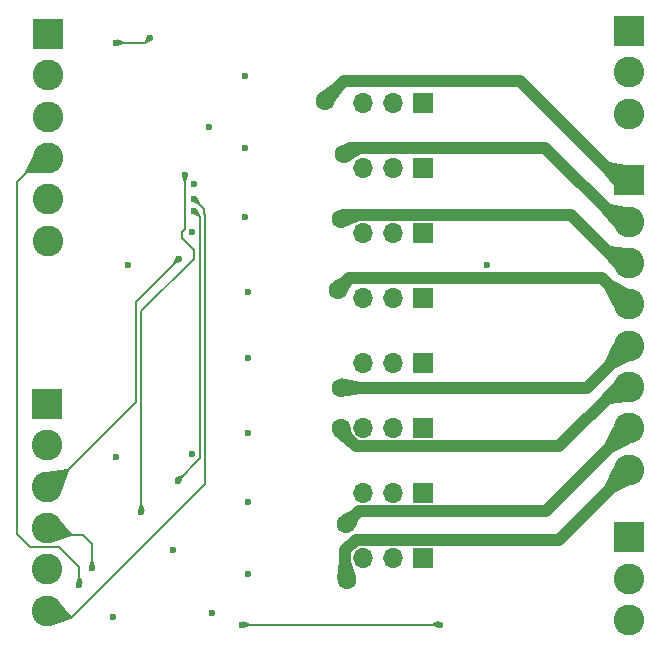
<source format=gbr>
%TF.GenerationSoftware,KiCad,Pcbnew,8.0.7*%
%TF.CreationDate,2025-01-01T13:27:56+01:00*%
%TF.ProjectId,expansion_a,65787061-6e73-4696-9f6e-5f612e6b6963,1*%
%TF.SameCoordinates,Original*%
%TF.FileFunction,Copper,L4,Bot*%
%TF.FilePolarity,Positive*%
%FSLAX46Y46*%
G04 Gerber Fmt 4.6, Leading zero omitted, Abs format (unit mm)*
G04 Created by KiCad (PCBNEW 8.0.7) date 2025-01-01 13:27:56*
%MOMM*%
%LPD*%
G01*
G04 APERTURE LIST*
%TA.AperFunction,ComponentPad*%
%ADD10R,1.700000X1.700000*%
%TD*%
%TA.AperFunction,ComponentPad*%
%ADD11O,1.700000X1.700000*%
%TD*%
%TA.AperFunction,ComponentPad*%
%ADD12R,2.600000X2.600000*%
%TD*%
%TA.AperFunction,ComponentPad*%
%ADD13C,2.600000*%
%TD*%
%TA.AperFunction,ViaPad*%
%ADD14C,0.600000*%
%TD*%
%TA.AperFunction,ViaPad*%
%ADD15C,1.600000*%
%TD*%
%TA.AperFunction,Conductor*%
%ADD16C,1.000000*%
%TD*%
%TA.AperFunction,Conductor*%
%ADD17C,0.200000*%
%TD*%
G04 APERTURE END LIST*
D10*
%TO.P,JP701,1,A*%
%TO.N,VSS*%
X105639000Y-64737000D03*
D11*
%TO.P,JP701,2,C*%
%TO.N,Net-(JP701-C)*%
X103099000Y-64737000D03*
%TO.P,JP701,3,B*%
%TO.N,Vdrive*%
X100559000Y-64737000D03*
%TD*%
D12*
%TO.P,J1101,1,Pin_1*%
%TO.N,Vdrive*%
X123037600Y-79502000D03*
D13*
%TO.P,J1101,2,Pin_2*%
%TO.N,GNDPWR*%
X123037600Y-83002000D03*
%TO.P,J1101,3,Pin_3*%
%TO.N,VSS*%
X123037600Y-86502000D03*
%TD*%
D10*
%TO.P,JP401,1,A*%
%TO.N,VSS*%
X105639000Y-48237000D03*
D11*
%TO.P,JP401,2,C*%
%TO.N,Net-(JP401-C)*%
X103099000Y-48237000D03*
%TO.P,JP401,3,B*%
%TO.N,Vdrive*%
X100559000Y-48237000D03*
%TD*%
D12*
%TO.P,J101,1,Pin_1*%
%TO.N,/out1*%
X123037600Y-49276000D03*
D13*
%TO.P,J101,2,Pin_2*%
%TO.N,/out2*%
X123037600Y-52776000D03*
%TO.P,J101,3,Pin_3*%
%TO.N,/out3*%
X123037600Y-56276000D03*
%TO.P,J101,4,Pin_4*%
%TO.N,/out4*%
X123037600Y-59776000D03*
%TO.P,J101,5,Pin_5*%
%TO.N,/out5*%
X123037600Y-63276000D03*
%TO.P,J101,6,Pin_6*%
%TO.N,/out6*%
X123037600Y-66776000D03*
%TO.P,J101,7,Pin_7*%
%TO.N,/out7*%
X123037600Y-70276000D03*
%TO.P,J101,8,Pin_8*%
%TO.N,/out8*%
X123037600Y-73776000D03*
%TD*%
D12*
%TO.P,J202,1,Pin_1*%
%TO.N,VCC*%
X73914000Y-36886000D03*
D13*
%TO.P,J202,2,Pin_2*%
%TO.N,GND*%
X73914000Y-40386000D03*
%TO.P,J202,3,Pin_3*%
%TO.N,/Connector in/MOSI*%
X73914000Y-43886000D03*
%TO.P,J202,4,Pin_4*%
%TO.N,/Connector in/MISO*%
X73914000Y-47386000D03*
%TO.P,J202,5,Pin_5*%
%TO.N,/Connector in/CLK*%
X73914000Y-50886000D03*
%TO.P,J202,6,Pin_6*%
%TO.N,/Connector in/CS*%
X73914000Y-54386000D03*
%TD*%
D12*
%TO.P,J1102,1,Pin_1*%
%TO.N,VCC*%
X73787000Y-68214000D03*
D13*
%TO.P,J1102,2,Pin_2*%
%TO.N,GND*%
X73787000Y-71714000D03*
%TO.P,J1102,3,Pin_3*%
%TO.N,/Connector out/MOSI*%
X73787000Y-75214000D03*
%TO.P,J1102,4,Pin_4*%
%TO.N,/Connector out/MISO*%
X73787000Y-78714000D03*
%TO.P,J1102,5,Pin_5*%
%TO.N,/Connector out/CLK*%
X73787000Y-82214000D03*
%TO.P,J1102,6,Pin_6*%
%TO.N,/Connector out/CS*%
X73787000Y-85714000D03*
%TD*%
D10*
%TO.P,JP601,1,A*%
%TO.N,VSS*%
X105639000Y-59237000D03*
D11*
%TO.P,JP601,2,C*%
%TO.N,Net-(JP601-C)*%
X103099000Y-59237000D03*
%TO.P,JP601,3,B*%
%TO.N,Vdrive*%
X100559000Y-59237000D03*
%TD*%
D10*
%TO.P,JP501,1,A*%
%TO.N,VSS*%
X105639000Y-53737000D03*
D11*
%TO.P,JP501,2,C*%
%TO.N,Net-(JP501-C)*%
X103099000Y-53737000D03*
%TO.P,JP501,3,B*%
%TO.N,Vdrive*%
X100559000Y-53737000D03*
%TD*%
D10*
%TO.P,JP1001,1,A*%
%TO.N,VSS*%
X105639000Y-81237000D03*
D11*
%TO.P,JP1001,2,C*%
%TO.N,Net-(JP1001-C)*%
X103099000Y-81237000D03*
%TO.P,JP1001,3,B*%
%TO.N,Vdrive*%
X100559000Y-81237000D03*
%TD*%
D10*
%TO.P,JP301,1,A*%
%TO.N,VSS*%
X105639000Y-42737000D03*
D11*
%TO.P,JP301,2,C*%
%TO.N,Net-(JP301-C)*%
X103099000Y-42737000D03*
%TO.P,JP301,3,B*%
%TO.N,Vdrive*%
X100559000Y-42737000D03*
%TD*%
D10*
%TO.P,JP801,1,A*%
%TO.N,VSS*%
X105639000Y-70237000D03*
D11*
%TO.P,JP801,2,C*%
%TO.N,Net-(JP801-C)*%
X103099000Y-70237000D03*
%TO.P,JP801,3,B*%
%TO.N,Vdrive*%
X100559000Y-70237000D03*
%TD*%
D10*
%TO.P,JP901,1,A*%
%TO.N,VSS*%
X105639000Y-75737000D03*
D11*
%TO.P,JP901,2,C*%
%TO.N,Net-(JP901-C)*%
X103099000Y-75737000D03*
%TO.P,JP901,3,B*%
%TO.N,Vdrive*%
X100559000Y-75737000D03*
%TD*%
D12*
%TO.P,J201,1,Pin_1*%
%TO.N,Vdrive*%
X123037600Y-36627800D03*
D13*
%TO.P,J201,2,Pin_2*%
%TO.N,GNDPWR*%
X123037600Y-40127800D03*
%TO.P,J201,3,Pin_3*%
%TO.N,VSS*%
X123037600Y-43627800D03*
%TD*%
D14*
%TO.N,VCC*%
X87757000Y-85867000D03*
X86091000Y-72405000D03*
X87503000Y-44719000D03*
%TO.N,GND*%
X79629000Y-72659000D03*
X79373270Y-86233000D03*
X90805000Y-64277000D03*
X90551000Y-46497000D03*
X90805000Y-82565000D03*
X111061500Y-56403000D03*
X86091000Y-53609000D03*
X80670400Y-56438800D03*
X90805000Y-58689000D03*
X90551000Y-40401000D03*
X90805000Y-76469000D03*
X84455000Y-80533000D03*
X90551000Y-52339000D03*
X90805000Y-70627000D03*
X86233000Y-49545000D03*
D15*
%TO.N,/out4*%
X98425000Y-58517000D03*
D14*
%TO.N,/Connector in/MISO*%
X76545988Y-83494979D03*
%TO.N,/Connector out/CS*%
X86233000Y-50815000D03*
%TO.N,/Connector out/CLK*%
X84851000Y-74691000D03*
X86233000Y-51831000D03*
%TO.N,/Connector out/MOSI*%
X84963000Y-55895000D03*
%TO.N,/Connector out/MISO*%
X77597000Y-82057004D03*
D15*
%TO.N,/out1*%
X97299000Y-42541631D03*
%TO.N,/out7*%
X99104518Y-78366989D03*
%TO.N,/out3*%
X98679000Y-52517000D03*
%TO.N,/out6*%
X98663598Y-70237000D03*
%TO.N,/out2*%
X98941382Y-46996548D03*
%TO.N,/out5*%
X98679000Y-66817000D03*
%TO.N,/out8*%
X99187000Y-83073000D03*
D14*
%TO.N,/set1*%
X79629000Y-37607000D03*
X82510263Y-37186263D03*
%TO.N,/set5*%
X107061000Y-86883000D03*
X90297000Y-86883000D03*
%TO.N,Net-(U101-O1)*%
X81788656Y-77358656D03*
X85471000Y-48783000D03*
%TD*%
D16*
%TO.N,/out4*%
X123037600Y-59776000D02*
X120818000Y-57556400D01*
X120818000Y-57556400D02*
X99385600Y-57556400D01*
X99385600Y-57556400D02*
X98425000Y-58517000D01*
D17*
%TO.N,/Connector in/MISO*%
X73599000Y-47037000D02*
X71247000Y-49389000D01*
X71247000Y-79191000D02*
X72370000Y-80314000D01*
X74838000Y-80314000D02*
X76545988Y-82021988D01*
X72370000Y-80314000D02*
X74838000Y-80314000D01*
X71247000Y-49389000D02*
X71247000Y-79191000D01*
X76545988Y-82021988D02*
X76545988Y-83494979D01*
%TO.N,/Connector out/CS*%
X87087000Y-52119314D02*
X87141000Y-52173314D01*
X87141000Y-52173314D02*
X87141000Y-74993250D01*
X86233000Y-50815000D02*
X87087000Y-51669000D01*
X87141000Y-74993250D02*
X75847250Y-86287000D01*
X87087000Y-51669000D02*
X87087000Y-52119314D01*
X75847250Y-86287000D02*
X73554000Y-86287000D01*
%TO.N,/Connector out/CLK*%
X86233000Y-51831000D02*
X86741000Y-52339000D01*
X86741000Y-72801000D02*
X84851000Y-74691000D01*
X86741000Y-52339000D02*
X86741000Y-72801000D01*
%TO.N,/Connector out/MOSI*%
X81315000Y-59543000D02*
X81315000Y-68026000D01*
X81315000Y-68026000D02*
X73554000Y-75787000D01*
X84963000Y-55895000D02*
X81315000Y-59543000D01*
%TO.N,/Connector out/MISO*%
X73554000Y-79287000D02*
X76859000Y-79287000D01*
X76859000Y-79287000D02*
X77597000Y-80025000D01*
X77597000Y-80025000D02*
X77597000Y-82057004D01*
D16*
%TO.N,/out1*%
X98946631Y-40894000D02*
X97299000Y-42541631D01*
X113856000Y-40894000D02*
X98946631Y-40894000D01*
X122199000Y-49237000D02*
X113856000Y-40894000D01*
%TO.N,/out7*%
X116026600Y-77287000D02*
X123037600Y-70276000D01*
X99104518Y-78366989D02*
X100184507Y-77287000D01*
X100184507Y-77287000D02*
X116026600Y-77287000D01*
%TO.N,/out3*%
X122199000Y-56237000D02*
X118149000Y-52187000D01*
X118149000Y-52187000D02*
X99009000Y-52187000D01*
%TO.N,/out6*%
X122199000Y-66737000D02*
X117149000Y-71787000D01*
X99916968Y-71787000D02*
X98663598Y-70533630D01*
X117149000Y-71787000D02*
X99916968Y-71787000D01*
%TO.N,/out2*%
X115959000Y-46497000D02*
X99440930Y-46497000D01*
X99440930Y-46497000D02*
X98941382Y-46996548D01*
X122199000Y-52737000D02*
X115959000Y-46497000D01*
%TO.N,/out5*%
X119496600Y-66817000D02*
X98679000Y-66817000D01*
X123037600Y-63276000D02*
X119496600Y-66817000D01*
%TO.N,/out8*%
X99009000Y-80594968D02*
X99916968Y-79687000D01*
X107442000Y-79705200D02*
X117108400Y-79705200D01*
X99009000Y-82895000D02*
X99009000Y-80594968D01*
X99916968Y-79687000D02*
X107423800Y-79687000D01*
X117108400Y-79705200D02*
X123037600Y-73776000D01*
D17*
%TO.N,/set1*%
X82089526Y-37607000D02*
X82510263Y-37186263D01*
X79629000Y-37607000D02*
X82089526Y-37607000D01*
%TO.N,/set5*%
X107061000Y-86883000D02*
X90297000Y-86883000D01*
%TO.N,Net-(U101-O1)*%
X85217000Y-54117000D02*
X86233000Y-55133000D01*
X85471000Y-53355000D02*
X85217000Y-53609000D01*
X85471000Y-48783000D02*
X85471000Y-53355000D01*
X85217000Y-53609000D02*
X85217000Y-54117000D01*
X86233000Y-55895000D02*
X81788656Y-60339344D01*
X81788656Y-60339344D02*
X81788656Y-77358656D01*
X86233000Y-55133000D02*
X86233000Y-55895000D01*
%TD*%
%TA.AperFunction,Conductor*%
%TO.N,/Connector in/MISO*%
G36*
X73905618Y-47382387D02*
G01*
X73912454Y-47388170D01*
X73913688Y-47394780D01*
X73778252Y-48655884D01*
X73773961Y-48663744D01*
X73766715Y-48666335D01*
X72102256Y-48680025D01*
X72093955Y-48676666D01*
X71961747Y-48544458D01*
X71958320Y-48536185D01*
X71959433Y-48531205D01*
X72679152Y-47001011D01*
X72685774Y-46994983D01*
X72693300Y-46994847D01*
X73905618Y-47382387D01*
G37*
%TD.AperFunction*%
%TD*%
%TA.AperFunction,Conductor*%
%TO.N,/Connector out/MISO*%
G36*
X74835308Y-77964853D02*
G01*
X75931482Y-79183663D01*
X75934483Y-79191487D01*
X75934483Y-79378355D01*
X75931056Y-79386628D01*
X75926220Y-79389539D01*
X74315730Y-79884532D01*
X74306816Y-79883687D01*
X74301595Y-79878086D01*
X73789830Y-78722647D01*
X73789613Y-78713695D01*
X73793651Y-78708442D01*
X74819734Y-77963209D01*
X74828441Y-77961121D01*
X74835308Y-77964853D01*
G37*
%TD.AperFunction*%
%TD*%
%TA.AperFunction,Conductor*%
%TO.N,/set1*%
G36*
X80221313Y-37504193D02*
G01*
X80227909Y-37510249D01*
X80229000Y-37515183D01*
X80229000Y-37698816D01*
X80225573Y-37707089D01*
X80221313Y-37709806D01*
X79754305Y-37880330D01*
X79745358Y-37879949D01*
X79739496Y-37873851D01*
X79629883Y-37611509D01*
X79629857Y-37602556D01*
X79629862Y-37602542D01*
X79739496Y-37340147D01*
X79745848Y-37333836D01*
X79754302Y-37333669D01*
X80221313Y-37504193D01*
G37*
%TD.AperFunction*%
%TD*%
%TA.AperFunction,Conductor*%
%TO.N,/out4*%
G36*
X121782832Y-57810318D02*
G01*
X123107866Y-58464311D01*
X123164261Y-58492146D01*
X123170163Y-58498881D01*
X123170720Y-58503849D01*
X123039285Y-59767302D01*
X123035021Y-59775176D01*
X123028905Y-59777723D01*
X121770168Y-59913785D01*
X121761575Y-59911267D01*
X121758426Y-59907346D01*
X121071935Y-58521241D01*
X121071335Y-58512306D01*
X121074145Y-58507777D01*
X121769385Y-57812537D01*
X121777657Y-57809111D01*
X121782832Y-57810318D01*
G37*
%TD.AperFunction*%
%TD*%
%TA.AperFunction,Conductor*%
%TO.N,/set5*%
G36*
X106944641Y-86610050D02*
G01*
X106950503Y-86616148D01*
X107060115Y-86878489D01*
X107060142Y-86887444D01*
X107060115Y-86887511D01*
X106950503Y-87149851D01*
X106944151Y-87156163D01*
X106935694Y-87156329D01*
X106801947Y-87107493D01*
X106468687Y-86985806D01*
X106462091Y-86979750D01*
X106461000Y-86974816D01*
X106461000Y-86791183D01*
X106464427Y-86782910D01*
X106468687Y-86780193D01*
X106935697Y-86609669D01*
X106944641Y-86610050D01*
G37*
%TD.AperFunction*%
%TD*%
%TA.AperFunction,Conductor*%
%TO.N,/Connector out/CS*%
G36*
X86508779Y-50704467D02*
G01*
X86514877Y-50710329D01*
X86724523Y-51161132D01*
X86724904Y-51170079D01*
X86722187Y-51174339D01*
X86592339Y-51304187D01*
X86584066Y-51307614D01*
X86579132Y-51306523D01*
X86285736Y-51170079D01*
X86128328Y-51096876D01*
X86122273Y-51090281D01*
X86122439Y-51081825D01*
X86230436Y-50818814D01*
X86236746Y-50812464D01*
X86499825Y-50704440D01*
X86508779Y-50704467D01*
G37*
%TD.AperFunction*%
%TD*%
%TA.AperFunction,Conductor*%
%TO.N,/out1*%
G36*
X121390071Y-47716038D02*
G01*
X122808212Y-47974531D01*
X122815737Y-47979386D01*
X122817647Y-47984072D01*
X123036558Y-49266463D01*
X123034572Y-49275195D01*
X123028341Y-49279652D01*
X121744872Y-49658943D01*
X121735967Y-49658002D01*
X121732668Y-49655332D01*
X120683981Y-48430272D01*
X120681204Y-48421758D01*
X120684595Y-48414391D01*
X121379711Y-47719275D01*
X121387983Y-47715849D01*
X121390071Y-47716038D01*
G37*
%TD.AperFunction*%
%TD*%
%TA.AperFunction,Conductor*%
%TO.N,/out7*%
G36*
X100255609Y-76801406D02*
G01*
X100257172Y-76807249D01*
X100257172Y-77784404D01*
X100256074Y-77789352D01*
X99848354Y-78662994D01*
X99841750Y-78669042D01*
X99833280Y-78668858D01*
X99108007Y-78368845D01*
X99101672Y-78362516D01*
X99101664Y-78362498D01*
X98864063Y-77787000D01*
X98802284Y-77637362D01*
X98802295Y-77628409D01*
X98807253Y-77622765D01*
X100239629Y-76797111D01*
X100248508Y-76795950D01*
X100255609Y-76801406D01*
G37*
%TD.AperFunction*%
%TD*%
%TA.AperFunction,Conductor*%
%TO.N,/Connector out/CLK*%
G36*
X86508779Y-51720467D02*
G01*
X86514877Y-51726329D01*
X86724523Y-52177132D01*
X86724904Y-52186079D01*
X86722187Y-52190339D01*
X86592339Y-52320187D01*
X86584066Y-52323614D01*
X86579132Y-52322523D01*
X86285736Y-52186079D01*
X86128328Y-52112876D01*
X86122273Y-52106281D01*
X86122439Y-52097825D01*
X86230436Y-51834814D01*
X86236746Y-51828464D01*
X86499825Y-51720440D01*
X86508779Y-51720467D01*
G37*
%TD.AperFunction*%
%TD*%
%TA.AperFunction,Conductor*%
%TO.N,/Connector out/CLK*%
G36*
X85210339Y-74201812D02*
G01*
X85340187Y-74331660D01*
X85343614Y-74339933D01*
X85342523Y-74344867D01*
X85132877Y-74795670D01*
X85126281Y-74801726D01*
X85117824Y-74801559D01*
X84854815Y-74693563D01*
X84848463Y-74687251D01*
X84848436Y-74687184D01*
X84740440Y-74424175D01*
X84740467Y-74415220D01*
X84746326Y-74409124D01*
X85197134Y-74199475D01*
X85206079Y-74199095D01*
X85210339Y-74201812D01*
G37*
%TD.AperFunction*%
%TD*%
%TA.AperFunction,Conductor*%
%TO.N,/out3*%
G36*
X100198575Y-51690498D02*
G01*
X100202164Y-51698702D01*
X100202166Y-51698932D01*
X100202166Y-52679555D01*
X100198739Y-52687828D01*
X100195422Y-52690153D01*
X98996217Y-53250927D01*
X98987271Y-53251328D01*
X98980663Y-53245285D01*
X98980457Y-53244819D01*
X98678897Y-52519158D01*
X98678002Y-52514662D01*
X98678985Y-51728455D01*
X98682422Y-51720189D01*
X98690454Y-51716774D01*
X100190238Y-51687234D01*
X100198575Y-51690498D01*
G37*
%TD.AperFunction*%
%TD*%
%TA.AperFunction,Conductor*%
%TO.N,/out6*%
G36*
X121845531Y-66296238D02*
G01*
X123029364Y-66771701D01*
X123035763Y-66777964D01*
X123036494Y-66784758D01*
X122795869Y-68041337D01*
X122790948Y-68048818D01*
X122785638Y-68050769D01*
X121452933Y-68195140D01*
X121444339Y-68192624D01*
X121443400Y-68191781D01*
X120748184Y-67496565D01*
X120744757Y-67488292D01*
X120747837Y-67480380D01*
X121832554Y-66299181D01*
X121840673Y-66295407D01*
X121845531Y-66296238D01*
G37*
%TD.AperFunction*%
%TD*%
%TA.AperFunction,Conductor*%
%TO.N,/Connector out/MOSI*%
G36*
X84696174Y-55784439D02*
G01*
X84859804Y-55851629D01*
X84959184Y-55892436D01*
X84965536Y-55898748D01*
X84965563Y-55898815D01*
X85073559Y-56161824D01*
X85073532Y-56170779D01*
X85067670Y-56176877D01*
X84616867Y-56386523D01*
X84607920Y-56386904D01*
X84603660Y-56384187D01*
X84473812Y-56254339D01*
X84470385Y-56246066D01*
X84471474Y-56241136D01*
X84681124Y-55790327D01*
X84687718Y-55784273D01*
X84696174Y-55784439D01*
G37*
%TD.AperFunction*%
%TD*%
%TA.AperFunction,Conductor*%
%TO.N,/out8*%
G36*
X99508825Y-81511833D02*
G01*
X99511658Y-81516425D01*
X99922685Y-82756538D01*
X99922035Y-82765469D01*
X99916069Y-82771023D01*
X99189163Y-83073101D01*
X99184658Y-83073997D01*
X98399632Y-83073015D01*
X98391364Y-83069578D01*
X98387947Y-83061300D01*
X98387982Y-83060405D01*
X98508159Y-81519196D01*
X98512219Y-81511215D01*
X98519824Y-81508406D01*
X99500552Y-81508406D01*
X99508825Y-81511833D01*
G37*
%TD.AperFunction*%
%TD*%
%TA.AperFunction,Conductor*%
%TO.N,/Connector out/MOSI*%
G36*
X75487994Y-73717602D02*
G01*
X75489117Y-73718590D01*
X75621223Y-73850696D01*
X75624650Y-73858969D01*
X75623958Y-73862933D01*
X75042060Y-75478926D01*
X75036033Y-75485549D01*
X75028552Y-75486392D01*
X73795451Y-75216709D01*
X73788101Y-75211594D01*
X73786251Y-75205331D01*
X73780659Y-73944084D01*
X73784049Y-73935799D01*
X73790864Y-73932431D01*
X75479351Y-73715259D01*
X75487994Y-73717602D01*
G37*
%TD.AperFunction*%
%TD*%
%TA.AperFunction,Conductor*%
%TO.N,/out2*%
G36*
X121464882Y-51290822D02*
G01*
X122822194Y-51494482D01*
X122829866Y-51499098D01*
X122832006Y-51504180D01*
X123036754Y-52767133D01*
X123034695Y-52775848D01*
X123029186Y-52780007D01*
X121823273Y-53216383D01*
X121814328Y-53215976D01*
X121810467Y-53213063D01*
X120759116Y-52005289D01*
X120756269Y-51996799D01*
X120759667Y-51989335D01*
X121454883Y-51294119D01*
X121463155Y-51290693D01*
X121464882Y-51290822D01*
G37*
%TD.AperFunction*%
%TD*%
%TA.AperFunction,Conductor*%
%TO.N,/out2*%
G36*
X100346591Y-46001122D02*
G01*
X100351144Y-46008833D01*
X100351259Y-46010473D01*
X100351259Y-46990753D01*
X100347832Y-46999026D01*
X100346068Y-47000475D01*
X99515045Y-47556890D01*
X99506264Y-47558645D01*
X99500270Y-47555448D01*
X98943822Y-46999982D01*
X98940388Y-46991712D01*
X98940388Y-46991687D01*
X98941369Y-46206695D01*
X98944806Y-46198427D01*
X98951426Y-46195126D01*
X100337919Y-45998888D01*
X100346591Y-46001122D01*
G37*
%TD.AperFunction*%
%TD*%
%TA.AperFunction,Conductor*%
%TO.N,/Connector out/CS*%
G36*
X74821889Y-84942120D02*
G01*
X75838227Y-86154612D01*
X75966519Y-86282903D01*
X75969946Y-86291176D01*
X75966519Y-86299449D01*
X75962143Y-86302208D01*
X74347804Y-86872403D01*
X74338861Y-86871927D01*
X74333339Y-86866391D01*
X74065354Y-86302208D01*
X73790370Y-85723292D01*
X73789916Y-85714351D01*
X73793860Y-85708959D01*
X74805845Y-84940318D01*
X74814506Y-84938044D01*
X74821889Y-84942120D01*
G37*
%TD.AperFunction*%
%TD*%
%TA.AperFunction,Conductor*%
%TO.N,/Connector in/MISO*%
G36*
X76646078Y-82898406D02*
G01*
X76648795Y-82902666D01*
X76819318Y-83369673D01*
X76818937Y-83378620D01*
X76812839Y-83384482D01*
X76550499Y-83494094D01*
X76541544Y-83494121D01*
X76541477Y-83494094D01*
X76279136Y-83384482D01*
X76272824Y-83378130D01*
X76272657Y-83369676D01*
X76443181Y-82902665D01*
X76449237Y-82896070D01*
X76454171Y-82894979D01*
X76637805Y-82894979D01*
X76646078Y-82898406D01*
G37*
%TD.AperFunction*%
%TD*%
%TA.AperFunction,Conductor*%
%TO.N,/out5*%
G36*
X98692831Y-66019593D02*
G01*
X100269457Y-66315210D01*
X100276956Y-66320103D01*
X100279000Y-66326710D01*
X100279000Y-67307289D01*
X100275573Y-67315562D01*
X100269456Y-67318789D01*
X98692838Y-67614405D01*
X98684075Y-67612561D01*
X98679182Y-67605061D01*
X98678982Y-67602920D01*
X98678000Y-66817030D01*
X98678000Y-66817000D01*
X98678982Y-66031079D01*
X98682419Y-66022811D01*
X98690697Y-66019394D01*
X98692831Y-66019593D01*
G37*
%TD.AperFunction*%
%TD*%
%TA.AperFunction,Conductor*%
%TO.N,/out8*%
G36*
X123028906Y-73774276D02*
G01*
X123036762Y-73778572D01*
X123039285Y-73784697D01*
X123170721Y-75048150D01*
X123168169Y-75056734D01*
X123164262Y-75059853D01*
X121782835Y-75741680D01*
X121773900Y-75742268D01*
X121769384Y-75739461D01*
X121074147Y-75044224D01*
X121070720Y-75035951D01*
X121071934Y-75030761D01*
X121758427Y-73644651D01*
X121765169Y-73638760D01*
X121770165Y-73638213D01*
X123028906Y-73774276D01*
G37*
%TD.AperFunction*%
%TD*%
%TA.AperFunction,Conductor*%
%TO.N,/out3*%
G36*
X121464882Y-54790822D02*
G01*
X122822194Y-54994482D01*
X122829866Y-54999098D01*
X122832006Y-55004180D01*
X123036754Y-56267133D01*
X123034695Y-56275848D01*
X123029186Y-56280007D01*
X121823273Y-56716383D01*
X121814328Y-56715976D01*
X121810467Y-56713063D01*
X120759116Y-55505289D01*
X120756269Y-55496799D01*
X120759667Y-55489335D01*
X121454883Y-54794119D01*
X121463155Y-54790693D01*
X121464882Y-54790822D01*
G37*
%TD.AperFunction*%
%TD*%
%TA.AperFunction,Conductor*%
%TO.N,/out4*%
G36*
X99625961Y-57069918D02*
G01*
X99627106Y-57074967D01*
X99627106Y-58053140D01*
X99625422Y-58059188D01*
X99169301Y-58814539D01*
X99162091Y-58819850D01*
X99154813Y-58819303D01*
X98428489Y-58518856D01*
X98422154Y-58512527D01*
X98422146Y-58512509D01*
X98123080Y-57788135D01*
X98123091Y-57779180D01*
X98128844Y-57773116D01*
X99610357Y-57064411D01*
X99619299Y-57063934D01*
X99625961Y-57069918D01*
G37*
%TD.AperFunction*%
%TD*%
%TA.AperFunction,Conductor*%
%TO.N,/out5*%
G36*
X123028906Y-63274276D02*
G01*
X123036762Y-63278572D01*
X123039285Y-63284697D01*
X123170721Y-64548150D01*
X123168169Y-64556734D01*
X123164262Y-64559853D01*
X121782835Y-65241680D01*
X121773900Y-65242268D01*
X121769384Y-65239461D01*
X121074147Y-64544224D01*
X121070720Y-64535951D01*
X121071934Y-64530761D01*
X121758427Y-63144651D01*
X121765169Y-63138760D01*
X121770165Y-63138213D01*
X123028906Y-63274276D01*
G37*
%TD.AperFunction*%
%TD*%
%TA.AperFunction,Conductor*%
%TO.N,/out6*%
G36*
X99401366Y-69935112D02*
G01*
X99407456Y-69940920D01*
X99509605Y-70157226D01*
X99510669Y-70163368D01*
X99503417Y-70236999D01*
X99523700Y-70442933D01*
X99523702Y-70442942D01*
X99583767Y-70640951D01*
X99583769Y-70640957D01*
X99681310Y-70823443D01*
X99681316Y-70823453D01*
X99812587Y-70983408D01*
X99812591Y-70983412D01*
X99952892Y-71098552D01*
X99956050Y-71102600D01*
X99967188Y-71126185D01*
X99967622Y-71135129D01*
X99964881Y-71139454D01*
X99271407Y-71832928D01*
X99263134Y-71836355D01*
X99255353Y-71833393D01*
X98300857Y-70983408D01*
X98107158Y-70810918D01*
X98103260Y-70802858D01*
X98106202Y-70794400D01*
X98106637Y-70793938D01*
X98661239Y-70237948D01*
X98665050Y-70235401D01*
X99392412Y-69935101D01*
X99401366Y-69935112D01*
G37*
%TD.AperFunction*%
%TD*%
%TA.AperFunction,Conductor*%
%TO.N,/out1*%
G36*
X98083683Y-41063574D02*
G01*
X98777056Y-41756947D01*
X98780483Y-41765220D01*
X98778439Y-41771827D01*
X97872635Y-43095696D01*
X97865135Y-43100589D01*
X97856372Y-43098745D01*
X97854716Y-43097372D01*
X97298293Y-42542338D01*
X97298273Y-42542318D01*
X96743258Y-41985914D01*
X96739841Y-41977636D01*
X96743278Y-41969368D01*
X96744925Y-41968001D01*
X98068803Y-41062190D01*
X98077566Y-41060347D01*
X98083683Y-41063574D01*
G37*
%TD.AperFunction*%
%TD*%
%TA.AperFunction,Conductor*%
%TO.N,/Connector out/MISO*%
G36*
X77697090Y-81460431D02*
G01*
X77699807Y-81464691D01*
X77870330Y-81931698D01*
X77869949Y-81940645D01*
X77863851Y-81946507D01*
X77601511Y-82056119D01*
X77592556Y-82056146D01*
X77592489Y-82056119D01*
X77330148Y-81946507D01*
X77323836Y-81940155D01*
X77323669Y-81931701D01*
X77494193Y-81464690D01*
X77500249Y-81458095D01*
X77505183Y-81457004D01*
X77688817Y-81457004D01*
X77697090Y-81460431D01*
G37*
%TD.AperFunction*%
%TD*%
%TA.AperFunction,Conductor*%
%TO.N,/out7*%
G36*
X123028906Y-70274276D02*
G01*
X123036762Y-70278572D01*
X123039285Y-70284697D01*
X123170721Y-71548150D01*
X123168169Y-71556734D01*
X123164262Y-71559853D01*
X121782835Y-72241680D01*
X121773900Y-72242268D01*
X121769384Y-72239461D01*
X121074147Y-71544224D01*
X121070720Y-71535951D01*
X121071934Y-71530761D01*
X121758427Y-70144651D01*
X121765169Y-70138760D01*
X121770165Y-70138213D01*
X123028906Y-70274276D01*
G37*
%TD.AperFunction*%
%TD*%
%TA.AperFunction,Conductor*%
%TO.N,Net-(U101-O1)*%
G36*
X85737851Y-48893496D02*
G01*
X85744163Y-48899848D01*
X85744330Y-48908305D01*
X85573807Y-49375313D01*
X85567751Y-49381909D01*
X85562817Y-49383000D01*
X85379183Y-49383000D01*
X85370910Y-49379573D01*
X85368193Y-49375313D01*
X85197669Y-48908302D01*
X85198050Y-48899358D01*
X85204147Y-48893496D01*
X85466490Y-48783883D01*
X85475444Y-48783857D01*
X85737851Y-48893496D01*
G37*
%TD.AperFunction*%
%TD*%
%TA.AperFunction,Conductor*%
%TO.N,/set5*%
G36*
X90889313Y-86780193D02*
G01*
X90895909Y-86786249D01*
X90897000Y-86791183D01*
X90897000Y-86974816D01*
X90893573Y-86983089D01*
X90889313Y-86985806D01*
X90422305Y-87156330D01*
X90413358Y-87155949D01*
X90407496Y-87149851D01*
X90297883Y-86887509D01*
X90297857Y-86878556D01*
X90297862Y-86878542D01*
X90407496Y-86616147D01*
X90413848Y-86609836D01*
X90422302Y-86609669D01*
X90889313Y-86780193D01*
G37*
%TD.AperFunction*%
%TD*%
%TA.AperFunction,Conductor*%
%TO.N,Net-(U101-O1)*%
G36*
X81888746Y-76762083D02*
G01*
X81891463Y-76766343D01*
X82061986Y-77233350D01*
X82061605Y-77242297D01*
X82055507Y-77248159D01*
X81793167Y-77357771D01*
X81784212Y-77357798D01*
X81784145Y-77357771D01*
X81521804Y-77248159D01*
X81515492Y-77241807D01*
X81515325Y-77233353D01*
X81685849Y-76766342D01*
X81691905Y-76759747D01*
X81696839Y-76758656D01*
X81880473Y-76758656D01*
X81888746Y-76762083D01*
G37*
%TD.AperFunction*%
%TD*%
%TA.AperFunction,Conductor*%
%TO.N,/set1*%
G36*
X82244588Y-37076200D02*
G01*
X82506757Y-37184403D01*
X82513096Y-37190726D01*
X82513115Y-37190773D01*
X82620771Y-37452963D01*
X82620744Y-37461918D01*
X82614755Y-37468074D01*
X82101045Y-37699561D01*
X82092094Y-37699836D01*
X82085571Y-37693701D01*
X82084538Y-37688894D01*
X82084538Y-37508941D01*
X82085164Y-37505164D01*
X82097815Y-37468074D01*
X82229077Y-37083247D01*
X82234992Y-37076524D01*
X82243928Y-37075951D01*
X82244588Y-37076200D01*
G37*
%TD.AperFunction*%
%TD*%
M02*

</source>
